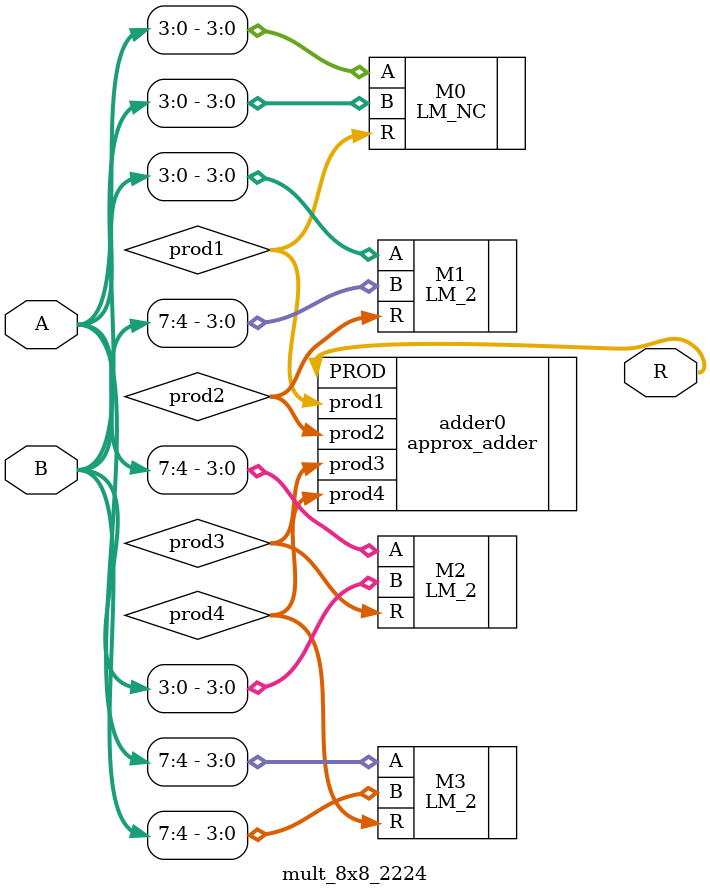
<source format=v>
module mult_8x8_2224(
input [7:0] A,
input [7:0] B,
output [15:0]R
);
wire [7:0]prod1;
wire [7:0]prod2;
wire [7:0]prod3;
wire [7:0]prod4;

LM_NC M0(.A(A[3:0]),.B(B[3:0]),.R(prod1));
LM_2 M1(.A(A[3:0]),.B(B[7:4]),.R(prod2));
LM_2 M2(.A(A[7:4]),.B(B[3:0]),.R(prod3));
LM_2 M3(.A(A[7:4]),.B(B[7:4]),.R(prod4));
approx_adder adder0(.prod1(prod1),.prod2(prod2),.prod3(prod3),.prod4(prod4),.PROD(R));
endmodule

</source>
